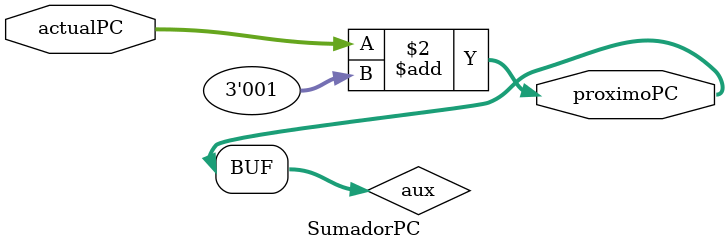
<source format=v>
`timescale 1ns / 1ps
module SumadorPC(
				input [31:0] actualPC,
				output [31:0] proximoPC
						);
						
reg [31:0] aux;

always @*
	begin
		aux = actualPC + 3'b001;
	end

assign proximoPC = aux;

endmodule

</source>
